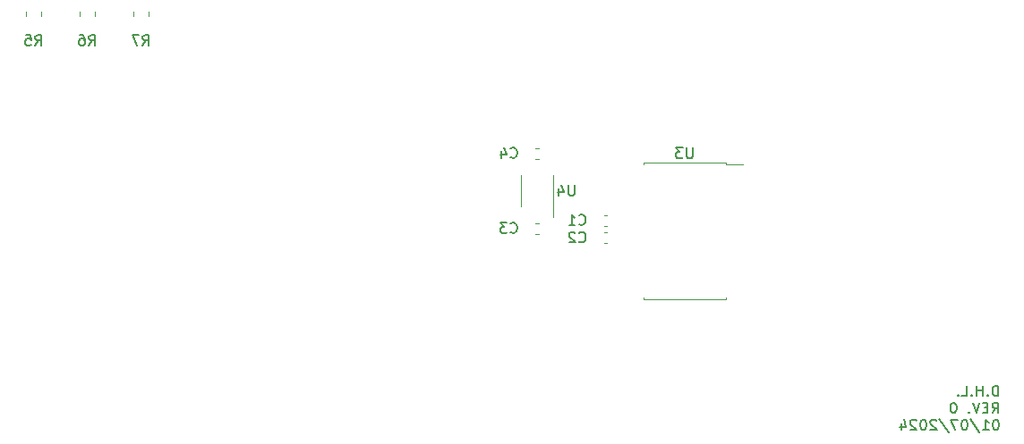
<source format=gbr>
%TF.GenerationSoftware,KiCad,Pcbnew,7.0.8*%
%TF.CreationDate,2024-01-12T01:29:44-08:00*%
%TF.ProjectId,rc_v1,72635f76-312e-46b6-9963-61645f706362,0*%
%TF.SameCoordinates,Original*%
%TF.FileFunction,Legend,Bot*%
%TF.FilePolarity,Positive*%
%FSLAX46Y46*%
G04 Gerber Fmt 4.6, Leading zero omitted, Abs format (unit mm)*
G04 Created by KiCad (PCBNEW 7.0.8) date 2024-01-12 01:29:44*
%MOMM*%
%LPD*%
G01*
G04 APERTURE LIST*
%ADD10C,0.150000*%
%ADD11C,0.120000*%
G04 APERTURE END LIST*
D10*
X189663220Y-115649819D02*
X189663220Y-114649819D01*
X189663220Y-114649819D02*
X189425125Y-114649819D01*
X189425125Y-114649819D02*
X189282268Y-114697438D01*
X189282268Y-114697438D02*
X189187030Y-114792676D01*
X189187030Y-114792676D02*
X189139411Y-114887914D01*
X189139411Y-114887914D02*
X189091792Y-115078390D01*
X189091792Y-115078390D02*
X189091792Y-115221247D01*
X189091792Y-115221247D02*
X189139411Y-115411723D01*
X189139411Y-115411723D02*
X189187030Y-115506961D01*
X189187030Y-115506961D02*
X189282268Y-115602200D01*
X189282268Y-115602200D02*
X189425125Y-115649819D01*
X189425125Y-115649819D02*
X189663220Y-115649819D01*
X188663220Y-115554580D02*
X188615601Y-115602200D01*
X188615601Y-115602200D02*
X188663220Y-115649819D01*
X188663220Y-115649819D02*
X188710839Y-115602200D01*
X188710839Y-115602200D02*
X188663220Y-115554580D01*
X188663220Y-115554580D02*
X188663220Y-115649819D01*
X188187030Y-115649819D02*
X188187030Y-114649819D01*
X188187030Y-115126009D02*
X187615602Y-115126009D01*
X187615602Y-115649819D02*
X187615602Y-114649819D01*
X187139411Y-115554580D02*
X187091792Y-115602200D01*
X187091792Y-115602200D02*
X187139411Y-115649819D01*
X187139411Y-115649819D02*
X187187030Y-115602200D01*
X187187030Y-115602200D02*
X187139411Y-115554580D01*
X187139411Y-115554580D02*
X187139411Y-115649819D01*
X186187031Y-115649819D02*
X186663221Y-115649819D01*
X186663221Y-115649819D02*
X186663221Y-114649819D01*
X185853697Y-115554580D02*
X185806078Y-115602200D01*
X185806078Y-115602200D02*
X185853697Y-115649819D01*
X185853697Y-115649819D02*
X185901316Y-115602200D01*
X185901316Y-115602200D02*
X185853697Y-115554580D01*
X185853697Y-115554580D02*
X185853697Y-115649819D01*
X189091792Y-117259819D02*
X189425125Y-116783628D01*
X189663220Y-117259819D02*
X189663220Y-116259819D01*
X189663220Y-116259819D02*
X189282268Y-116259819D01*
X189282268Y-116259819D02*
X189187030Y-116307438D01*
X189187030Y-116307438D02*
X189139411Y-116355057D01*
X189139411Y-116355057D02*
X189091792Y-116450295D01*
X189091792Y-116450295D02*
X189091792Y-116593152D01*
X189091792Y-116593152D02*
X189139411Y-116688390D01*
X189139411Y-116688390D02*
X189187030Y-116736009D01*
X189187030Y-116736009D02*
X189282268Y-116783628D01*
X189282268Y-116783628D02*
X189663220Y-116783628D01*
X188663220Y-116736009D02*
X188329887Y-116736009D01*
X188187030Y-117259819D02*
X188663220Y-117259819D01*
X188663220Y-117259819D02*
X188663220Y-116259819D01*
X188663220Y-116259819D02*
X188187030Y-116259819D01*
X187901315Y-116259819D02*
X187567982Y-117259819D01*
X187567982Y-117259819D02*
X187234649Y-116259819D01*
X186901315Y-117164580D02*
X186853696Y-117212200D01*
X186853696Y-117212200D02*
X186901315Y-117259819D01*
X186901315Y-117259819D02*
X186948934Y-117212200D01*
X186948934Y-117212200D02*
X186901315Y-117164580D01*
X186901315Y-117164580D02*
X186901315Y-117259819D01*
X185472744Y-116259819D02*
X185377506Y-116259819D01*
X185377506Y-116259819D02*
X185282268Y-116307438D01*
X185282268Y-116307438D02*
X185234649Y-116355057D01*
X185234649Y-116355057D02*
X185187030Y-116450295D01*
X185187030Y-116450295D02*
X185139411Y-116640771D01*
X185139411Y-116640771D02*
X185139411Y-116878866D01*
X185139411Y-116878866D02*
X185187030Y-117069342D01*
X185187030Y-117069342D02*
X185234649Y-117164580D01*
X185234649Y-117164580D02*
X185282268Y-117212200D01*
X185282268Y-117212200D02*
X185377506Y-117259819D01*
X185377506Y-117259819D02*
X185472744Y-117259819D01*
X185472744Y-117259819D02*
X185567982Y-117212200D01*
X185567982Y-117212200D02*
X185615601Y-117164580D01*
X185615601Y-117164580D02*
X185663220Y-117069342D01*
X185663220Y-117069342D02*
X185710839Y-116878866D01*
X185710839Y-116878866D02*
X185710839Y-116640771D01*
X185710839Y-116640771D02*
X185663220Y-116450295D01*
X185663220Y-116450295D02*
X185615601Y-116355057D01*
X185615601Y-116355057D02*
X185567982Y-116307438D01*
X185567982Y-116307438D02*
X185472744Y-116259819D01*
X189472744Y-117869819D02*
X189377506Y-117869819D01*
X189377506Y-117869819D02*
X189282268Y-117917438D01*
X189282268Y-117917438D02*
X189234649Y-117965057D01*
X189234649Y-117965057D02*
X189187030Y-118060295D01*
X189187030Y-118060295D02*
X189139411Y-118250771D01*
X189139411Y-118250771D02*
X189139411Y-118488866D01*
X189139411Y-118488866D02*
X189187030Y-118679342D01*
X189187030Y-118679342D02*
X189234649Y-118774580D01*
X189234649Y-118774580D02*
X189282268Y-118822200D01*
X189282268Y-118822200D02*
X189377506Y-118869819D01*
X189377506Y-118869819D02*
X189472744Y-118869819D01*
X189472744Y-118869819D02*
X189567982Y-118822200D01*
X189567982Y-118822200D02*
X189615601Y-118774580D01*
X189615601Y-118774580D02*
X189663220Y-118679342D01*
X189663220Y-118679342D02*
X189710839Y-118488866D01*
X189710839Y-118488866D02*
X189710839Y-118250771D01*
X189710839Y-118250771D02*
X189663220Y-118060295D01*
X189663220Y-118060295D02*
X189615601Y-117965057D01*
X189615601Y-117965057D02*
X189567982Y-117917438D01*
X189567982Y-117917438D02*
X189472744Y-117869819D01*
X188187030Y-118869819D02*
X188758458Y-118869819D01*
X188472744Y-118869819D02*
X188472744Y-117869819D01*
X188472744Y-117869819D02*
X188567982Y-118012676D01*
X188567982Y-118012676D02*
X188663220Y-118107914D01*
X188663220Y-118107914D02*
X188758458Y-118155533D01*
X187044173Y-117822200D02*
X187901315Y-119107914D01*
X186520363Y-117869819D02*
X186425125Y-117869819D01*
X186425125Y-117869819D02*
X186329887Y-117917438D01*
X186329887Y-117917438D02*
X186282268Y-117965057D01*
X186282268Y-117965057D02*
X186234649Y-118060295D01*
X186234649Y-118060295D02*
X186187030Y-118250771D01*
X186187030Y-118250771D02*
X186187030Y-118488866D01*
X186187030Y-118488866D02*
X186234649Y-118679342D01*
X186234649Y-118679342D02*
X186282268Y-118774580D01*
X186282268Y-118774580D02*
X186329887Y-118822200D01*
X186329887Y-118822200D02*
X186425125Y-118869819D01*
X186425125Y-118869819D02*
X186520363Y-118869819D01*
X186520363Y-118869819D02*
X186615601Y-118822200D01*
X186615601Y-118822200D02*
X186663220Y-118774580D01*
X186663220Y-118774580D02*
X186710839Y-118679342D01*
X186710839Y-118679342D02*
X186758458Y-118488866D01*
X186758458Y-118488866D02*
X186758458Y-118250771D01*
X186758458Y-118250771D02*
X186710839Y-118060295D01*
X186710839Y-118060295D02*
X186663220Y-117965057D01*
X186663220Y-117965057D02*
X186615601Y-117917438D01*
X186615601Y-117917438D02*
X186520363Y-117869819D01*
X185853696Y-117869819D02*
X185187030Y-117869819D01*
X185187030Y-117869819D02*
X185615601Y-118869819D01*
X184091792Y-117822200D02*
X184948934Y-119107914D01*
X183806077Y-117965057D02*
X183758458Y-117917438D01*
X183758458Y-117917438D02*
X183663220Y-117869819D01*
X183663220Y-117869819D02*
X183425125Y-117869819D01*
X183425125Y-117869819D02*
X183329887Y-117917438D01*
X183329887Y-117917438D02*
X183282268Y-117965057D01*
X183282268Y-117965057D02*
X183234649Y-118060295D01*
X183234649Y-118060295D02*
X183234649Y-118155533D01*
X183234649Y-118155533D02*
X183282268Y-118298390D01*
X183282268Y-118298390D02*
X183853696Y-118869819D01*
X183853696Y-118869819D02*
X183234649Y-118869819D01*
X182615601Y-117869819D02*
X182520363Y-117869819D01*
X182520363Y-117869819D02*
X182425125Y-117917438D01*
X182425125Y-117917438D02*
X182377506Y-117965057D01*
X182377506Y-117965057D02*
X182329887Y-118060295D01*
X182329887Y-118060295D02*
X182282268Y-118250771D01*
X182282268Y-118250771D02*
X182282268Y-118488866D01*
X182282268Y-118488866D02*
X182329887Y-118679342D01*
X182329887Y-118679342D02*
X182377506Y-118774580D01*
X182377506Y-118774580D02*
X182425125Y-118822200D01*
X182425125Y-118822200D02*
X182520363Y-118869819D01*
X182520363Y-118869819D02*
X182615601Y-118869819D01*
X182615601Y-118869819D02*
X182710839Y-118822200D01*
X182710839Y-118822200D02*
X182758458Y-118774580D01*
X182758458Y-118774580D02*
X182806077Y-118679342D01*
X182806077Y-118679342D02*
X182853696Y-118488866D01*
X182853696Y-118488866D02*
X182853696Y-118250771D01*
X182853696Y-118250771D02*
X182806077Y-118060295D01*
X182806077Y-118060295D02*
X182758458Y-117965057D01*
X182758458Y-117965057D02*
X182710839Y-117917438D01*
X182710839Y-117917438D02*
X182615601Y-117869819D01*
X181901315Y-117965057D02*
X181853696Y-117917438D01*
X181853696Y-117917438D02*
X181758458Y-117869819D01*
X181758458Y-117869819D02*
X181520363Y-117869819D01*
X181520363Y-117869819D02*
X181425125Y-117917438D01*
X181425125Y-117917438D02*
X181377506Y-117965057D01*
X181377506Y-117965057D02*
X181329887Y-118060295D01*
X181329887Y-118060295D02*
X181329887Y-118155533D01*
X181329887Y-118155533D02*
X181377506Y-118298390D01*
X181377506Y-118298390D02*
X181948934Y-118869819D01*
X181948934Y-118869819D02*
X181329887Y-118869819D01*
X180472744Y-118203152D02*
X180472744Y-118869819D01*
X180710839Y-117822200D02*
X180948934Y-118536485D01*
X180948934Y-118536485D02*
X180329887Y-118536485D01*
X143529666Y-92993580D02*
X143577285Y-93041200D01*
X143577285Y-93041200D02*
X143720142Y-93088819D01*
X143720142Y-93088819D02*
X143815380Y-93088819D01*
X143815380Y-93088819D02*
X143958237Y-93041200D01*
X143958237Y-93041200D02*
X144053475Y-92945961D01*
X144053475Y-92945961D02*
X144101094Y-92850723D01*
X144101094Y-92850723D02*
X144148713Y-92660247D01*
X144148713Y-92660247D02*
X144148713Y-92517390D01*
X144148713Y-92517390D02*
X144101094Y-92326914D01*
X144101094Y-92326914D02*
X144053475Y-92231676D01*
X144053475Y-92231676D02*
X143958237Y-92136438D01*
X143958237Y-92136438D02*
X143815380Y-92088819D01*
X143815380Y-92088819D02*
X143720142Y-92088819D01*
X143720142Y-92088819D02*
X143577285Y-92136438D01*
X143577285Y-92136438D02*
X143529666Y-92184057D01*
X142672523Y-92422152D02*
X142672523Y-93088819D01*
X142910618Y-92041200D02*
X143148713Y-92755485D01*
X143148713Y-92755485D02*
X142529666Y-92755485D01*
X149585904Y-95644819D02*
X149585904Y-96454342D01*
X149585904Y-96454342D02*
X149538285Y-96549580D01*
X149538285Y-96549580D02*
X149490666Y-96597200D01*
X149490666Y-96597200D02*
X149395428Y-96644819D01*
X149395428Y-96644819D02*
X149204952Y-96644819D01*
X149204952Y-96644819D02*
X149109714Y-96597200D01*
X149109714Y-96597200D02*
X149062095Y-96549580D01*
X149062095Y-96549580D02*
X149014476Y-96454342D01*
X149014476Y-96454342D02*
X149014476Y-95644819D01*
X148109714Y-95978152D02*
X148109714Y-96644819D01*
X148347809Y-95597200D02*
X148585904Y-96311485D01*
X148585904Y-96311485D02*
X147966857Y-96311485D01*
X160761904Y-92104819D02*
X160761904Y-92914342D01*
X160761904Y-92914342D02*
X160714285Y-93009580D01*
X160714285Y-93009580D02*
X160666666Y-93057200D01*
X160666666Y-93057200D02*
X160571428Y-93104819D01*
X160571428Y-93104819D02*
X160380952Y-93104819D01*
X160380952Y-93104819D02*
X160285714Y-93057200D01*
X160285714Y-93057200D02*
X160238095Y-93009580D01*
X160238095Y-93009580D02*
X160190476Y-92914342D01*
X160190476Y-92914342D02*
X160190476Y-92104819D01*
X159809523Y-92104819D02*
X159190476Y-92104819D01*
X159190476Y-92104819D02*
X159523809Y-92485771D01*
X159523809Y-92485771D02*
X159380952Y-92485771D01*
X159380952Y-92485771D02*
X159285714Y-92533390D01*
X159285714Y-92533390D02*
X159238095Y-92581009D01*
X159238095Y-92581009D02*
X159190476Y-92676247D01*
X159190476Y-92676247D02*
X159190476Y-92914342D01*
X159190476Y-92914342D02*
X159238095Y-93009580D01*
X159238095Y-93009580D02*
X159285714Y-93057200D01*
X159285714Y-93057200D02*
X159380952Y-93104819D01*
X159380952Y-93104819D02*
X159666666Y-93104819D01*
X159666666Y-93104819D02*
X159761904Y-93057200D01*
X159761904Y-93057200D02*
X159809523Y-93009580D01*
X98571666Y-82404819D02*
X98904999Y-81928628D01*
X99143094Y-82404819D02*
X99143094Y-81404819D01*
X99143094Y-81404819D02*
X98762142Y-81404819D01*
X98762142Y-81404819D02*
X98666904Y-81452438D01*
X98666904Y-81452438D02*
X98619285Y-81500057D01*
X98619285Y-81500057D02*
X98571666Y-81595295D01*
X98571666Y-81595295D02*
X98571666Y-81738152D01*
X98571666Y-81738152D02*
X98619285Y-81833390D01*
X98619285Y-81833390D02*
X98666904Y-81881009D01*
X98666904Y-81881009D02*
X98762142Y-81928628D01*
X98762142Y-81928628D02*
X99143094Y-81928628D01*
X97666904Y-81404819D02*
X98143094Y-81404819D01*
X98143094Y-81404819D02*
X98190713Y-81881009D01*
X98190713Y-81881009D02*
X98143094Y-81833390D01*
X98143094Y-81833390D02*
X98047856Y-81785771D01*
X98047856Y-81785771D02*
X97809761Y-81785771D01*
X97809761Y-81785771D02*
X97714523Y-81833390D01*
X97714523Y-81833390D02*
X97666904Y-81881009D01*
X97666904Y-81881009D02*
X97619285Y-81976247D01*
X97619285Y-81976247D02*
X97619285Y-82214342D01*
X97619285Y-82214342D02*
X97666904Y-82309580D01*
X97666904Y-82309580D02*
X97714523Y-82357200D01*
X97714523Y-82357200D02*
X97809761Y-82404819D01*
X97809761Y-82404819D02*
X98047856Y-82404819D01*
X98047856Y-82404819D02*
X98143094Y-82357200D01*
X98143094Y-82357200D02*
X98190713Y-82309580D01*
X143529666Y-100105580D02*
X143577285Y-100153200D01*
X143577285Y-100153200D02*
X143720142Y-100200819D01*
X143720142Y-100200819D02*
X143815380Y-100200819D01*
X143815380Y-100200819D02*
X143958237Y-100153200D01*
X143958237Y-100153200D02*
X144053475Y-100057961D01*
X144053475Y-100057961D02*
X144101094Y-99962723D01*
X144101094Y-99962723D02*
X144148713Y-99772247D01*
X144148713Y-99772247D02*
X144148713Y-99629390D01*
X144148713Y-99629390D02*
X144101094Y-99438914D01*
X144101094Y-99438914D02*
X144053475Y-99343676D01*
X144053475Y-99343676D02*
X143958237Y-99248438D01*
X143958237Y-99248438D02*
X143815380Y-99200819D01*
X143815380Y-99200819D02*
X143720142Y-99200819D01*
X143720142Y-99200819D02*
X143577285Y-99248438D01*
X143577285Y-99248438D02*
X143529666Y-99296057D01*
X143196332Y-99200819D02*
X142577285Y-99200819D01*
X142577285Y-99200819D02*
X142910618Y-99581771D01*
X142910618Y-99581771D02*
X142767761Y-99581771D01*
X142767761Y-99581771D02*
X142672523Y-99629390D01*
X142672523Y-99629390D02*
X142624904Y-99677009D01*
X142624904Y-99677009D02*
X142577285Y-99772247D01*
X142577285Y-99772247D02*
X142577285Y-100010342D01*
X142577285Y-100010342D02*
X142624904Y-100105580D01*
X142624904Y-100105580D02*
X142672523Y-100153200D01*
X142672523Y-100153200D02*
X142767761Y-100200819D01*
X142767761Y-100200819D02*
X143053475Y-100200819D01*
X143053475Y-100200819D02*
X143148713Y-100153200D01*
X143148713Y-100153200D02*
X143196332Y-100105580D01*
X103651666Y-82404819D02*
X103984999Y-81928628D01*
X104223094Y-82404819D02*
X104223094Y-81404819D01*
X104223094Y-81404819D02*
X103842142Y-81404819D01*
X103842142Y-81404819D02*
X103746904Y-81452438D01*
X103746904Y-81452438D02*
X103699285Y-81500057D01*
X103699285Y-81500057D02*
X103651666Y-81595295D01*
X103651666Y-81595295D02*
X103651666Y-81738152D01*
X103651666Y-81738152D02*
X103699285Y-81833390D01*
X103699285Y-81833390D02*
X103746904Y-81881009D01*
X103746904Y-81881009D02*
X103842142Y-81928628D01*
X103842142Y-81928628D02*
X104223094Y-81928628D01*
X102794523Y-81404819D02*
X102984999Y-81404819D01*
X102984999Y-81404819D02*
X103080237Y-81452438D01*
X103080237Y-81452438D02*
X103127856Y-81500057D01*
X103127856Y-81500057D02*
X103223094Y-81642914D01*
X103223094Y-81642914D02*
X103270713Y-81833390D01*
X103270713Y-81833390D02*
X103270713Y-82214342D01*
X103270713Y-82214342D02*
X103223094Y-82309580D01*
X103223094Y-82309580D02*
X103175475Y-82357200D01*
X103175475Y-82357200D02*
X103080237Y-82404819D01*
X103080237Y-82404819D02*
X102889761Y-82404819D01*
X102889761Y-82404819D02*
X102794523Y-82357200D01*
X102794523Y-82357200D02*
X102746904Y-82309580D01*
X102746904Y-82309580D02*
X102699285Y-82214342D01*
X102699285Y-82214342D02*
X102699285Y-81976247D01*
X102699285Y-81976247D02*
X102746904Y-81881009D01*
X102746904Y-81881009D02*
X102794523Y-81833390D01*
X102794523Y-81833390D02*
X102889761Y-81785771D01*
X102889761Y-81785771D02*
X103080237Y-81785771D01*
X103080237Y-81785771D02*
X103175475Y-81833390D01*
X103175475Y-81833390D02*
X103223094Y-81881009D01*
X103223094Y-81881009D02*
X103270713Y-81976247D01*
X150006666Y-99343580D02*
X150054285Y-99391200D01*
X150054285Y-99391200D02*
X150197142Y-99438819D01*
X150197142Y-99438819D02*
X150292380Y-99438819D01*
X150292380Y-99438819D02*
X150435237Y-99391200D01*
X150435237Y-99391200D02*
X150530475Y-99295961D01*
X150530475Y-99295961D02*
X150578094Y-99200723D01*
X150578094Y-99200723D02*
X150625713Y-99010247D01*
X150625713Y-99010247D02*
X150625713Y-98867390D01*
X150625713Y-98867390D02*
X150578094Y-98676914D01*
X150578094Y-98676914D02*
X150530475Y-98581676D01*
X150530475Y-98581676D02*
X150435237Y-98486438D01*
X150435237Y-98486438D02*
X150292380Y-98438819D01*
X150292380Y-98438819D02*
X150197142Y-98438819D01*
X150197142Y-98438819D02*
X150054285Y-98486438D01*
X150054285Y-98486438D02*
X150006666Y-98534057D01*
X149054285Y-99438819D02*
X149625713Y-99438819D01*
X149339999Y-99438819D02*
X149339999Y-98438819D01*
X149339999Y-98438819D02*
X149435237Y-98581676D01*
X149435237Y-98581676D02*
X149530475Y-98676914D01*
X149530475Y-98676914D02*
X149625713Y-98724533D01*
X108731666Y-82404819D02*
X109064999Y-81928628D01*
X109303094Y-82404819D02*
X109303094Y-81404819D01*
X109303094Y-81404819D02*
X108922142Y-81404819D01*
X108922142Y-81404819D02*
X108826904Y-81452438D01*
X108826904Y-81452438D02*
X108779285Y-81500057D01*
X108779285Y-81500057D02*
X108731666Y-81595295D01*
X108731666Y-81595295D02*
X108731666Y-81738152D01*
X108731666Y-81738152D02*
X108779285Y-81833390D01*
X108779285Y-81833390D02*
X108826904Y-81881009D01*
X108826904Y-81881009D02*
X108922142Y-81928628D01*
X108922142Y-81928628D02*
X109303094Y-81928628D01*
X108398332Y-81404819D02*
X107731666Y-81404819D01*
X107731666Y-81404819D02*
X108160237Y-82404819D01*
X150006666Y-100994580D02*
X150054285Y-101042200D01*
X150054285Y-101042200D02*
X150197142Y-101089819D01*
X150197142Y-101089819D02*
X150292380Y-101089819D01*
X150292380Y-101089819D02*
X150435237Y-101042200D01*
X150435237Y-101042200D02*
X150530475Y-100946961D01*
X150530475Y-100946961D02*
X150578094Y-100851723D01*
X150578094Y-100851723D02*
X150625713Y-100661247D01*
X150625713Y-100661247D02*
X150625713Y-100518390D01*
X150625713Y-100518390D02*
X150578094Y-100327914D01*
X150578094Y-100327914D02*
X150530475Y-100232676D01*
X150530475Y-100232676D02*
X150435237Y-100137438D01*
X150435237Y-100137438D02*
X150292380Y-100089819D01*
X150292380Y-100089819D02*
X150197142Y-100089819D01*
X150197142Y-100089819D02*
X150054285Y-100137438D01*
X150054285Y-100137438D02*
X150006666Y-100185057D01*
X149625713Y-100185057D02*
X149578094Y-100137438D01*
X149578094Y-100137438D02*
X149482856Y-100089819D01*
X149482856Y-100089819D02*
X149244761Y-100089819D01*
X149244761Y-100089819D02*
X149149523Y-100137438D01*
X149149523Y-100137438D02*
X149101904Y-100185057D01*
X149101904Y-100185057D02*
X149054285Y-100280295D01*
X149054285Y-100280295D02*
X149054285Y-100375533D01*
X149054285Y-100375533D02*
X149101904Y-100518390D01*
X149101904Y-100518390D02*
X149673332Y-101089819D01*
X149673332Y-101089819D02*
X149054285Y-101089819D01*
D11*
%TO.C,C4*%
X146176267Y-93144000D02*
X145883733Y-93144000D01*
X146176267Y-92124000D02*
X145883733Y-92124000D01*
%TO.C,U4*%
X144530000Y-94690000D02*
X144530000Y-97690000D01*
X147530000Y-94690000D02*
X147530000Y-98690000D01*
%TO.C,U3*%
X163860000Y-106510000D02*
X163860000Y-106275000D01*
X163860000Y-93725000D02*
X165550000Y-93725000D01*
X163860000Y-93490000D02*
X163860000Y-93725000D01*
X160000000Y-106510000D02*
X163860000Y-106510000D01*
X160000000Y-106510000D02*
X156140000Y-106510000D01*
X160000000Y-93490000D02*
X163860000Y-93490000D01*
X160000000Y-93490000D02*
X156140000Y-93490000D01*
X156140000Y-106510000D02*
X156140000Y-106275000D01*
X156140000Y-93490000D02*
X156140000Y-93725000D01*
%TO.C,R5*%
X99140000Y-79182936D02*
X99140000Y-79637064D01*
X97670000Y-79182936D02*
X97670000Y-79637064D01*
%TO.C,C3*%
X145883733Y-99236000D02*
X146176267Y-99236000D01*
X145883733Y-100256000D02*
X146176267Y-100256000D01*
%TO.C,R6*%
X104220000Y-79182936D02*
X104220000Y-79637064D01*
X102750000Y-79182936D02*
X102750000Y-79637064D01*
%TO.C,C1*%
X152679767Y-99494000D02*
X152387233Y-99494000D01*
X152679767Y-98474000D02*
X152387233Y-98474000D01*
%TO.C,R7*%
X109300000Y-79182936D02*
X109300000Y-79637064D01*
X107830000Y-79182936D02*
X107830000Y-79637064D01*
%TO.C,C2*%
X152679767Y-101145000D02*
X152387233Y-101145000D01*
X152679767Y-100125000D02*
X152387233Y-100125000D01*
%TD*%
M02*

</source>
